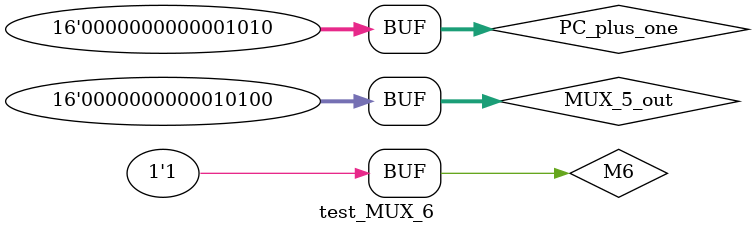
<source format=v>
`timescale 1ns / 1ps


module test_MUX_6;

parameter N=16;

reg M6;
reg [N-1:0] PC_plus_one;
reg [N-1:0] MUX_5_out;
wire [N-1:0] MUX_6_out;

MUX_6 mx6 (
    .M6 (M6),
    .PC_plus_one (PC_plus_one),
    .MUX_5_out (MUX_5_out),
    .MUX_6_out (MUX_6_out)
);

initial

begin
    #0 M6=0;
    #0 PC_plus_one = 10;
    #0 MUX_5_out = 20;
    #5 M6=1;
end

endmodule
    
</source>
